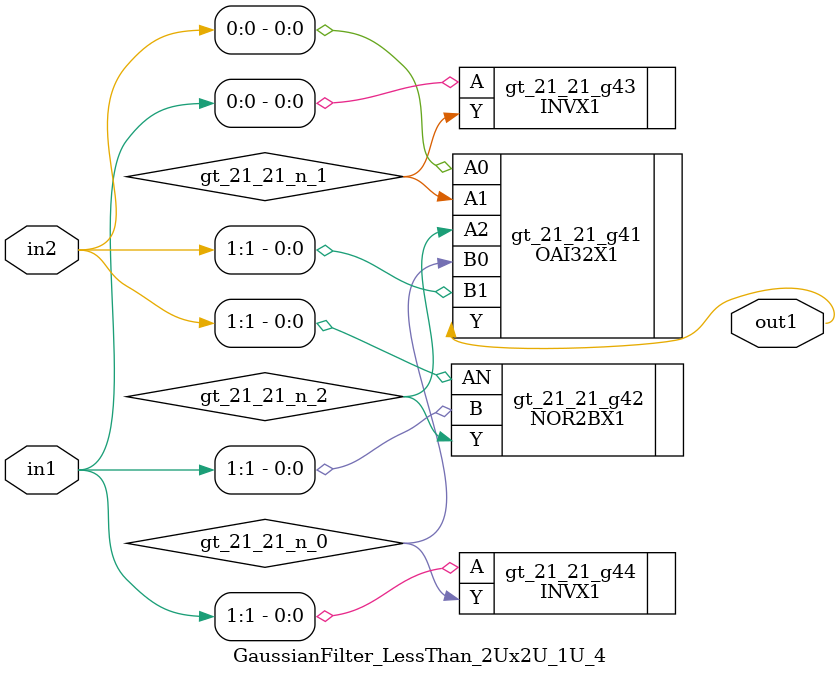
<source format=v>
`timescale 1ps / 1ps


module GaussianFilter_LessThan_2Ux2U_1U_4(in2, in1, out1);
  input [1:0] in2, in1;
  output out1;
  wire [1:0] in2, in1;
  wire out1;
  wire gt_21_21_n_0, gt_21_21_n_1, gt_21_21_n_2;
  OAI32X1 gt_21_21_g41(.A0 (in2[0]), .A1 (gt_21_21_n_1), .A2
       (gt_21_21_n_2), .B0 (gt_21_21_n_0), .B1 (in2[1]), .Y (out1));
  NOR2BX1 gt_21_21_g42(.AN (in2[1]), .B (in1[1]), .Y (gt_21_21_n_2));
  INVX1 gt_21_21_g43(.A (in1[0]), .Y (gt_21_21_n_1));
  INVX1 gt_21_21_g44(.A (in1[1]), .Y (gt_21_21_n_0));
endmodule



</source>
